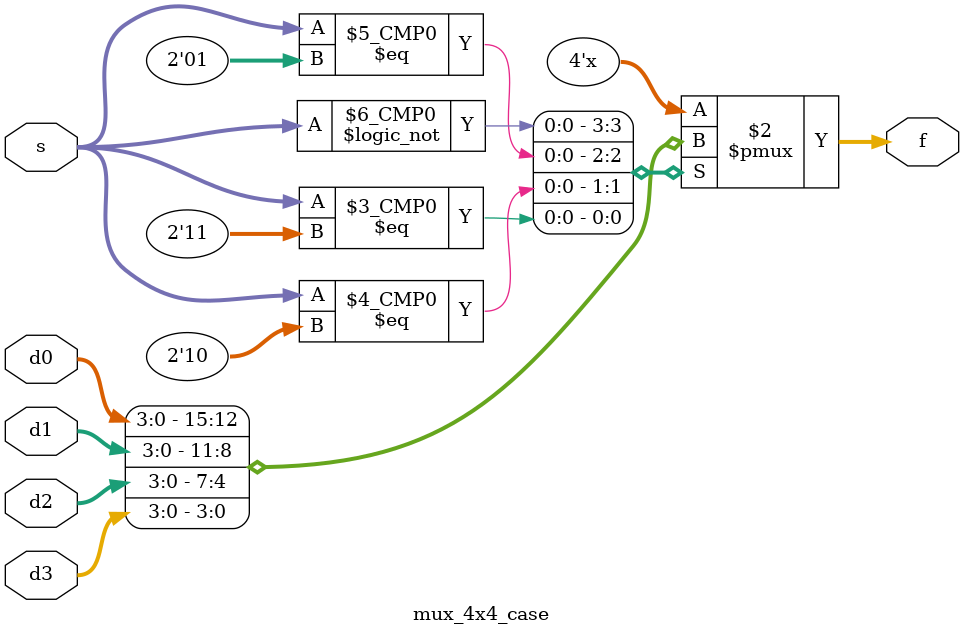
<source format=v>
module mux_4x4_case ( 
	input [3:0] d0, d1, d2, d3,
	input [1:0] s,
	output reg [3:0] f); 
		
	always @(d0, d1, d2, d3, s)
		case (s)
			0: f = d0;
			1: f = d1;
			2: f = d2;
			3: f = d3;
		endcase
			
endmodule

</source>
